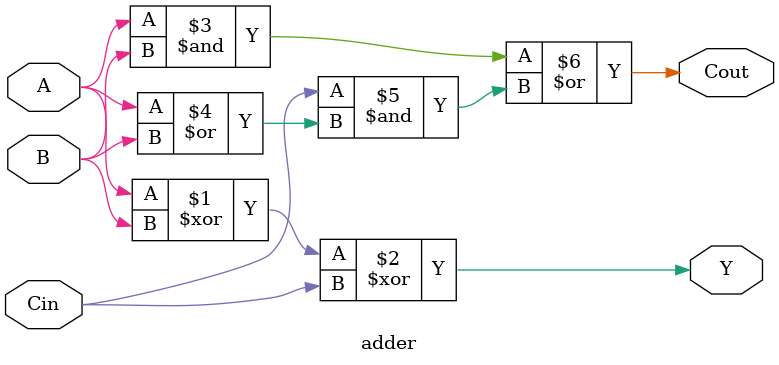
<source format=v>
module adder(
    input A, B, Cin,
    output Y, Cout
);

    assign Y = A ^ B ^ Cin;
    assign Cout = (A & B) | Cin & (A | B);

endmodule
</source>
